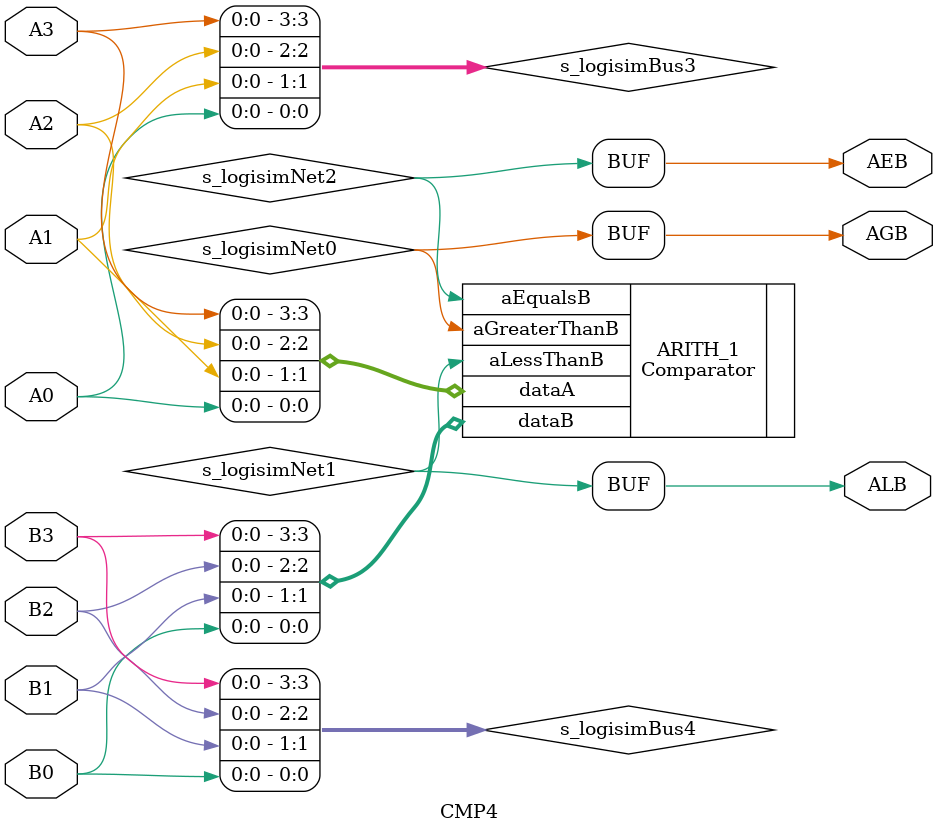
<source format=v>

/******************************************************************************
 ** Logisim-evolution goes FPGA automatic generated Verilog code             **
 ** https://github.com/logisim-evolution/                                    **
 **                                                                          **
 ** Component : CMP4                                                         **
 **                                                                          **
 *****************************************************************************/

module CMP4( A0,
             A1,
             A2,
             A3,
             AEB,
             AGB,
             ALB,
             B0,
             B1,
             B2,
             B3 );

   /*******************************************************************************
   ** The inputs are defined here                                                **
   *******************************************************************************/
   input A0;
   input A1;
   input A2;
   input A3;
   input B0;
   input B1;
   input B2;
   input B3;

   /*******************************************************************************
   ** The outputs are defined here                                               **
   *******************************************************************************/
   output AEB;
   output AGB;
   output ALB;

   /*******************************************************************************
   ** The wires are defined here                                                 **
   *******************************************************************************/
   wire [3:0] s_logisimBus3;
   wire [3:0] s_logisimBus4;
   wire       s_logisimNet0;
   wire       s_logisimNet1;
   wire       s_logisimNet10;
   wire       s_logisimNet11;
   wire       s_logisimNet12;
   wire       s_logisimNet2;
   wire       s_logisimNet5;
   wire       s_logisimNet6;
   wire       s_logisimNet7;
   wire       s_logisimNet8;
   wire       s_logisimNet9;

   /*******************************************************************************
   ** The module functionality is described here                                 **
   *******************************************************************************/

   /*******************************************************************************
   ** Here all input connections are defined                                     **
   *******************************************************************************/
   assign s_logisimBus3[0] = A0;
   assign s_logisimBus3[1] = A1;
   assign s_logisimBus3[2] = A2;
   assign s_logisimBus3[3] = A3;
   assign s_logisimBus4[0] = B0;
   assign s_logisimBus4[1] = B1;
   assign s_logisimBus4[2] = B2;
   assign s_logisimBus4[3] = B3;

   /*******************************************************************************
   ** Here all output connections are defined                                    **
   *******************************************************************************/
   assign AEB = s_logisimNet2;
   assign AGB = s_logisimNet0;
   assign ALB = s_logisimNet1;

   /*******************************************************************************
   ** Here all normal components are defined                                     **
   *******************************************************************************/
   Comparator #(.nrOfBits(4),
                .twosComplement(1))
      ARITH_1 (.aEqualsB(s_logisimNet2),
               .aGreaterThanB(s_logisimNet0),
               .aLessThanB(s_logisimNet1),
               .dataA(s_logisimBus3[3:0]),
               .dataB(s_logisimBus4[3:0]));


endmodule

</source>
